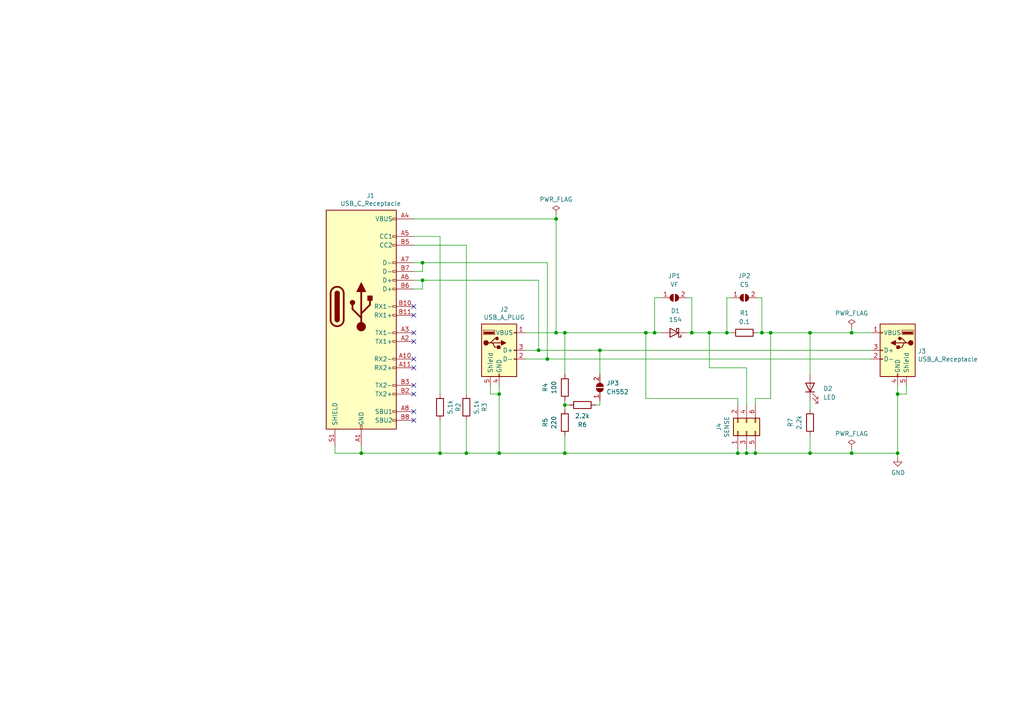
<source format=kicad_sch>
(kicad_sch (version 20211123) (generator eeschema)
  (paper "A4")
  (title_block (title "USB Reduce Voltage") (date "2022-10-28") (rev "V02L01") (company "Copyright 2022 BotanicFields, Inc."))
  (lib_symbols
    (symbol "Connector:USB_A" (pin_names (offset 1.016))
      (property "Reference" "J" (at -5.08 11.43 0))
      (property "Value" "USB_A" (at -5.08 8.89 0))
      (symbol "USB_A_0_1"
        (rectangle (start -5.08 -7.62) (end 5.08 7.62) (stroke (width 0.254)) (fill (type background)))
        (circle (center -3.81 2.159) (radius 0.635) (stroke (width 0.254)) (fill (type outline)))
        (rectangle (start -1.524 4.826) (end -4.318 5.334) (fill (type outline)))
        (rectangle (start -1.27 4.572) (end -4.572 5.842))
        (circle (center -0.635 3.429) (radius 0.381) (stroke (width 0.254)) (fill (type outline)))
        (rectangle (start -0.127 -7.62) (end 0.127 -6.858))
        (polyline (pts (xy -3.175 2.159) (xy -2.54 2.159) (xy -1.27 3.429) (xy -0.635 3.429)) (stroke (width 0.254)))
        (polyline (pts (xy -2.54 2.159) (xy -1.905 2.159) (xy -1.27 0.889) (xy 0 0.889)) (stroke (width 0.254)))
        (polyline (pts (xy 0.635 2.794) (xy 0.635 1.524) (xy 1.905 2.159) (xy 0.635 2.794)) (stroke (width 0.254)) (fill (type outline)))
        (rectangle (start 0.254 1.27) (end -0.508 0.508) (stroke (width 0.254)) (fill (type outline)))
        (rectangle (start 5.08 -2.667) (end 4.318 -2.413))
        (rectangle (start 5.08 -0.127) (end 4.318 0.127))
        (rectangle (start 5.08 4.953) (end 4.318 5.207))
      )
      (symbol "USB_A_1_1"
        (polyline (pts (xy -1.905 2.159) (xy 0.635 2.159)) (stroke (width 0.254)))
        (pin power_in line (at 7.62 5.08 180) (length 2.54) (name "VBUS") (number "1"))
        (pin bidirectional line (at 7.62 -2.54 180) (length 2.54) (name "D-") (number "2"))
        (pin bidirectional line (at 7.62 0 180) (length 2.54) (name "D+") (number "3"))
        (pin power_in line (at 0 -10.16 90) (length 2.54) (name "GND") (number "4"))
        (pin passive line (at -2.54 -10.16 90) (length 2.54) (name "Shield") (number "5"))
      )
    )
    (symbol "Connector:USB_C_Receptacle" (pin_names (offset 1.016))
      (property "Reference" "J" (at -10.16 29.21 0))
      (property "Value" "USB_C_Receptacle" (at 10.16 29.21 0))
      (symbol "USB_C_Receptacle_0_0"
        (rectangle (start -0.254 -35.56) (end 0.254 -34.544))
        (rectangle (start 10.16 -32.766) (end 9.144 -33.274))
        (rectangle (start 10.16 -30.226) (end 9.144 -30.734))
        (rectangle (start 10.16 -25.146) (end 9.144 -25.654))
        (rectangle (start 10.16 -22.606) (end 9.144 -23.114))
        (rectangle (start 10.16 -17.526) (end 9.144 -18.034))
        (rectangle (start 10.16 -14.986) (end 9.144 -15.494))
        (rectangle (start 10.16 -9.906) (end 9.144 -10.414))
        (rectangle (start 10.16 -7.366) (end 9.144 -7.874))
        (rectangle (start 10.16 -2.286) (end 9.144 -2.794))
        (rectangle (start 10.16 0.254) (end 9.144 -0.254))
        (rectangle (start 10.16 5.334) (end 9.144 4.826))
        (rectangle (start 10.16 7.874) (end 9.144 7.366))
        (rectangle (start 10.16 10.414) (end 9.144 9.906))
        (rectangle (start 10.16 12.954) (end 9.144 12.446))
        (rectangle (start 10.16 18.034) (end 9.144 17.526))
        (rectangle (start 10.16 20.574) (end 9.144 20.066))
        (rectangle (start 10.16 25.654) (end 9.144 25.146))
      )
      (symbol "USB_C_Receptacle_0_1"
        (rectangle (start -10.16 27.94) (end 10.16 -35.56) (stroke (width 0.254)) (fill (type background)))
        (arc (start -8.89 -3.81) (mid -6.985 -5.715) (end -5.08 -3.81) (stroke (width 0.508)))
        (arc (start -7.62 -3.81) (mid -6.985 -4.445) (end -6.35 -3.81) (stroke (width 0.254)))
        (arc (start -7.62 -3.81) (mid -6.985 -4.445) (end -6.35 -3.81) (stroke (width 0.254)) (fill (type outline)))
        (rectangle (start -7.62 -3.81) (end -6.35 3.81) (stroke (width 0.254)) (fill (type outline)))
        (arc (start -6.35 3.81) (mid -6.985 4.445) (end -7.62 3.81) (stroke (width 0.254)))
        (arc (start -6.35 3.81) (mid -6.985 4.445) (end -7.62 3.81) (stroke (width 0.254)) (fill (type outline)))
        (arc (start -5.08 3.81) (mid -6.985 5.715) (end -8.89 3.81) (stroke (width 0.508)))
        (polyline (pts (xy -8.89 -3.81) (xy -8.89 3.81)) (stroke (width 0.508)))
        (polyline (pts (xy -5.08 3.81) (xy -5.08 -3.81)) (stroke (width 0.508)))
      )
      (symbol "USB_C_Receptacle_1_1"
        (circle (center -2.54 1.143) (radius 0.635) (stroke (width 0.254)) (fill (type outline)))
        (circle (center 0 -5.842) (radius 1.27) (fill (type outline)))
        (polyline (pts (xy 0 -5.842) (xy 0 4.318)) (stroke (width 0.508)))
        (polyline (pts (xy 0 -3.302) (xy -2.54 -0.762) (xy -2.54 0.508)) (stroke (width 0.508)))
        (polyline (pts (xy 0 -2.032) (xy 2.54 0.508) (xy 2.54 1.778)) (stroke (width 0.508)))
        (polyline (pts (xy -1.27 4.318) (xy 0 6.858) (xy 1.27 4.318) (xy -1.27 4.318)) (stroke (width 0.254)) (fill (type outline)))
        (rectangle (start 1.905 1.778) (end 3.175 3.048) (stroke (width 0.254)) (fill (type outline)))
        (pin passive line (at 0 -40.64 90) (length 5.08) (name "GND") (number "A1"))
        (pin bidirectional line (at 15.24 -15.24 180) (length 5.08) (name "RX2-") (number "A10"))
        (pin bidirectional line (at 15.24 -17.78 180) (length 5.08) (name "RX2+") (number "A11"))
        (pin passive line (at 0 -40.64 90) (length 5.08) hide (name "GND") (number "A12"))
        (pin bidirectional line (at 15.24 -10.16 180) (length 5.08) (name "TX1+") (number "A2"))
        (pin bidirectional line (at 15.24 -7.62 180) (length 5.08) (name "TX1-") (number "A3"))
        (pin passive line (at 15.24 25.4 180) (length 5.08) (name "VBUS") (number "A4"))
        (pin bidirectional line (at 15.24 20.32 180) (length 5.08) (name "CC1") (number "A5"))
        (pin bidirectional line (at 15.24 7.62 180) (length 5.08) (name "D+") (number "A6"))
        (pin bidirectional line (at 15.24 12.7 180) (length 5.08) (name "D-") (number "A7"))
        (pin bidirectional line (at 15.24 -30.48 180) (length 5.08) (name "SBU1") (number "A8"))
        (pin passive line (at 15.24 25.4 180) (length 5.08) hide (name "VBUS") (number "A9"))
        (pin passive line (at 0 -40.64 90) (length 5.08) hide (name "GND") (number "B1"))
        (pin bidirectional line (at 15.24 0 180) (length 5.08) (name "RX1-") (number "B10"))
        (pin bidirectional line (at 15.24 -2.54 180) (length 5.08) (name "RX1+") (number "B11"))
        (pin passive line (at 0 -40.64 90) (length 5.08) hide (name "GND") (number "B12"))
        (pin bidirectional line (at 15.24 -25.4 180) (length 5.08) (name "TX2+") (number "B2"))
        (pin bidirectional line (at 15.24 -22.86 180) (length 5.08) (name "TX2-") (number "B3"))
        (pin passive line (at 15.24 25.4 180) (length 5.08) hide (name "VBUS") (number "B4"))
        (pin bidirectional line (at 15.24 17.78 180) (length 5.08) (name "CC2") (number "B5"))
        (pin bidirectional line (at 15.24 5.08 180) (length 5.08) (name "D+") (number "B6"))
        (pin bidirectional line (at 15.24 10.16 180) (length 5.08) (name "D-") (number "B7"))
        (pin bidirectional line (at 15.24 -33.02 180) (length 5.08) (name "SBU2") (number "B8"))
        (pin passive line (at 15.24 25.4 180) (length 5.08) hide (name "VBUS") (number "B9"))
        (pin passive line (at -7.62 -40.64 90) (length 5.08) (name "SHIELD") (number "S1"))
      )
    )
    (symbol "Connector_Generic:Conn_02x03_Odd_Even" (pin_names (offset 1.016) hide)
      (property "Reference" "J" (at 1.27 5.08 0))
      (property "Value" "Conn_02x03_Odd_Even" (at 1.27 -5.08 0))
      (symbol "Conn_02x03_Odd_Even_1_1"
        (rectangle (start -1.27 -2.413) (end 0 -2.667) (stroke (width 0.1524)))
        (rectangle (start -1.27 0.127) (end 0 -0.127) (stroke (width 0.1524)))
        (rectangle (start -1.27 2.667) (end 0 2.413) (stroke (width 0.1524)))
        (rectangle (start -1.27 3.81) (end 3.81 -3.81) (stroke (width 0.254)) (fill (type background)))
        (rectangle (start 3.81 -2.413) (end 2.54 -2.667) (stroke (width 0.1524)))
        (rectangle (start 3.81 0.127) (end 2.54 -0.127) (stroke (width 0.1524)))
        (rectangle (start 3.81 2.667) (end 2.54 2.413) (stroke (width 0.1524)))
        (pin passive line (at -5.08 2.54 0) (length 3.81) (name "Pin_1") (number "1"))
        (pin passive line (at 7.62 2.54 180) (length 3.81) (name "Pin_2") (number "2"))
        (pin passive line (at -5.08 0 0) (length 3.81) (name "Pin_3") (number "3"))
        (pin passive line (at 7.62 0 180) (length 3.81) (name "Pin_4") (number "4"))
        (pin passive line (at -5.08 -2.54 0) (length 3.81) (name "Pin_5") (number "5"))
        (pin passive line (at 7.62 -2.54 180) (length 3.81) (name "Pin_6") (number "6"))
      )
    )
    (symbol "Device:D_Schottky" (pin_numbers hide) (pin_names (offset 1.016) hide)
      (property "Reference" "D" (at 0 2.54 0))
      (property "Value" "D_Schottky" (at 0 -2.54 0))
      (symbol "D_Schottky_0_1"
        (polyline (pts (xy 1.27 0) (xy -1.27 0)))
        (polyline (pts (xy 1.27 1.27) (xy 1.27 -1.27) (xy -1.27 0) (xy 1.27 1.27)) (stroke (width 0.254)))
        (polyline (pts (xy -1.905 0.635) (xy -1.905 1.27) (xy -1.27 1.27) (xy -1.27 -1.27) (xy -0.635 -1.27) (xy -0.635 -0.635)) (stroke (width 0.254)))
      )
      (symbol "D_Schottky_1_1"
        (pin passive line (at -3.81 0 0) (length 2.54) (name "K") (number "1"))
        (pin passive line (at 3.81 0 180) (length 2.54) (name "A") (number "2"))
      )
    )
    (symbol "Device:LED" (pin_numbers hide) (pin_names (offset 1.016) hide)
      (property "Reference" "D" (at 0 2.54 0))
      (property "Value" "LED" (at 0 -2.54 0))
      (symbol "LED_0_1"
        (polyline (pts (xy -1.27 -1.27) (xy -1.27 1.27)) (stroke (width 0.254)))
        (polyline (pts (xy -1.27 0) (xy 1.27 0)))
        (polyline (pts (xy 1.27 -1.27) (xy 1.27 1.27) (xy -1.27 0) (xy 1.27 -1.27)) (stroke (width 0.254)))
        (polyline (pts (xy -3.048 -0.762) (xy -4.572 -2.286) (xy -3.81 -2.286) (xy -4.572 -2.286) (xy -4.572 -1.524)))
        (polyline (pts (xy -1.778 -0.762) (xy -3.302 -2.286) (xy -2.54 -2.286) (xy -3.302 -2.286) (xy -3.302 -1.524)))
      )
      (symbol "LED_1_1"
        (pin passive line (at -3.81 0 0) (length 2.54) (name "K") (number "1"))
        (pin passive line (at 3.81 0 180) (length 2.54) (name "A") (number "2"))
      )
    )
    (symbol "Device:R" (pin_numbers hide) (pin_names (offset 0))
      (property "Reference" "R" (at 2.032 0 90))
      (property "Value" "R" (at 0 0 90))
      (symbol "R_0_1"
        (rectangle (start -1.016 -2.54) (end 1.016 2.54) (stroke (width 0.254)))
      )
      (symbol "R_1_1"
        (pin passive line (at 0 3.81 270) (length 1.27) (name "~") (number "1"))
        (pin passive line (at 0 -3.81 90) (length 1.27) (name "~") (number "2"))
      )
    )
    (symbol "Jumper:SolderJumper_2_Open" (pin_names (offset 0) hide)
      (property "Reference" "JP" (at 0 2.032 0))
      (property "Value" "SolderJumper_2_Open" (at 0 -2.54 0))
      (symbol "SolderJumper_2_Open_0_1"
        (arc (start -0.254 1.016) (mid -1.27 0) (end -0.254 -1.016))
        (arc (start -0.254 1.016) (mid -1.27 0) (end -0.254 -1.016) (fill (type outline)))
        (polyline (pts (xy -0.254 1.016) (xy -0.254 -1.016)))
        (polyline (pts (xy 0.254 1.016) (xy 0.254 -1.016)))
        (arc (start 0.254 -1.016) (mid 1.27 0) (end 0.254 1.016))
        (arc (start 0.254 -1.016) (mid 1.27 0) (end 0.254 1.016) (fill (type outline)))
      )
      (symbol "SolderJumper_2_Open_1_1"
        (pin passive line (at -3.81 0 0) (length 2.54) (name "A") (number "1"))
        (pin passive line (at 3.81 0 180) (length 2.54) (name "B") (number "2"))
      )
    )
    (symbol "power:GND" (power) (pin_names (offset 0))
      (property "Value" "GND" (at 0 -3.81 0))
      (symbol "GND_0_1"
        (polyline (pts (xy 0 0) (xy 0 -1.27) (xy 1.27 -1.27) (xy 0 -2.54) (xy -1.27 -1.27) (xy 0 -1.27)))
      )
      (symbol "GND_1_1"
        (pin power_in line (at 0 0 270) (length 0) hide (name "GND") (number "1"))
      )
    )
    (symbol "power:PWR_FLAG" (power) (pin_numbers hide) (pin_names (offset 0) hide)
      (property "Value" "PWR_FLAG" (at 0 3.81 0))
      (symbol "PWR_FLAG_0_0"
        (pin power_out line (at 0 0 90) (length 0) (name "pwr") (number "1"))
      )
      (symbol "PWR_FLAG_0_1"
        (polyline (pts (xy 0 0) (xy 0 1.27) (xy -1.016 1.905) (xy 0 2.54) (xy 1.016 1.905) (xy 0 1.27)))
      )
    )
  )
  (junction (at 158.75 104.14))
  (junction (at 260.35 114.3))
  (junction (at 122.555 81.28))
  (junction (at 247.015 96.52))
  (junction (at 122.555 76.2))
  (junction (at 210.82 96.52))
  (junction (at 163.83 131.445))
  (junction (at 144.78 131.445))
  (junction (at 260.35 131.445))
  (junction (at 234.95 96.52))
  (junction (at 205.74 96.52))
  (junction (at 127.635 131.445))
  (junction (at 187.325 96.52))
  (junction (at 104.775 131.445))
  (junction (at 220.98 96.52))
  (junction (at 234.95 131.445))
  (junction (at 163.83 117.475))
  (junction (at 135.255 131.445))
  (junction (at 219.075 131.445))
  (junction (at 173.99 101.6))
  (junction (at 189.865 96.52))
  (junction (at 144.78 114.3))
  (junction (at 200.66 96.52))
  (junction (at 161.29 96.52))
  (junction (at 247.015 131.445))
  (junction (at 156.21 101.6))
  (junction (at 161.29 63.5))
  (junction (at 163.83 96.52))
  (junction (at 216.535 131.445))
  (junction (at 213.995 131.445))
  (junction (at 223.52 96.52))
  (no_connect (at 120.015 106.68))
  (no_connect (at 120.015 119.38))
  (no_connect (at 120.015 91.44))
  (no_connect (at 120.015 88.9))
  (no_connect (at 120.015 104.14))
  (no_connect (at 120.015 111.76))
  (no_connect (at 120.015 114.3))
  (no_connect (at 120.015 99.06))
  (no_connect (at 120.015 121.92))
  (no_connect (at 120.015 96.52))
  (wire (pts (xy 144.78 114.3) (xy 144.78 131.445)))
  (wire (pts (xy 234.95 96.52) (xy 234.95 108.585)))
  (wire (pts (xy 205.74 96.52) (xy 205.74 106.68)))
  (wire (pts (xy 120.015 76.2) (xy 122.555 76.2)))
  (wire (pts (xy 120.015 71.12) (xy 135.255 71.12)))
  (wire (pts (xy 142.24 111.76) (xy 142.24 114.3)))
  (wire (pts (xy 262.89 114.3) (xy 260.35 114.3)))
  (wire (pts (xy 135.255 71.12) (xy 135.255 114.3)))
  (wire (pts (xy 216.535 131.445) (xy 219.075 131.445)))
  (wire (pts (xy 173.99 116.205) (xy 173.99 117.475)))
  (wire (pts (xy 219.71 86.36) (xy 220.98 86.36)))
  (wire (pts (xy 120.015 83.82) (xy 122.555 83.82)))
  (wire (pts (xy 216.535 117.475) (xy 216.535 106.68)))
  (wire (pts (xy 163.83 116.205) (xy 163.83 117.475)))
  (wire (pts (xy 262.89 114.3) (xy 262.89 111.76)))
  (wire (pts (xy 163.83 117.475) (xy 165.1 117.475)))
  (wire (pts (xy 234.95 116.205) (xy 234.95 118.745)))
  (wire (pts (xy 219.075 131.445) (xy 234.95 131.445)))
  (wire (pts (xy 135.255 121.92) (xy 135.255 131.445)))
  (wire (pts (xy 127.635 131.445) (xy 104.775 131.445)))
  (wire (pts (xy 199.39 96.52) (xy 200.66 96.52)))
  (wire (pts (xy 173.99 101.6) (xy 173.99 108.585)))
  (wire (pts (xy 163.83 117.475) (xy 163.83 118.745)))
  (wire (pts (xy 122.555 76.2) (xy 158.75 76.2)))
  (wire (pts (xy 219.075 115.57) (xy 223.52 115.57)))
  (wire (pts (xy 173.99 101.6) (xy 252.73 101.6)))
  (wire (pts (xy 122.555 81.28) (xy 122.555 83.82)))
  (wire (pts (xy 120.015 78.74) (xy 122.555 78.74)))
  (wire (pts (xy 247.015 130.175) (xy 247.015 131.445)))
  (wire (pts (xy 234.95 96.52) (xy 247.015 96.52)))
  (wire (pts (xy 104.775 129.54) (xy 104.775 131.445)))
  (wire (pts (xy 260.35 111.76) (xy 260.35 114.3)))
  (wire (pts (xy 161.29 96.52) (xy 161.29 63.5)))
  (wire (pts (xy 127.635 131.445) (xy 127.635 121.92)))
  (wire (pts (xy 161.29 96.52) (xy 163.83 96.52)))
  (wire (pts (xy 213.995 130.175) (xy 213.995 131.445)))
  (wire (pts (xy 247.015 96.52) (xy 252.73 96.52)))
  (wire (pts (xy 213.995 115.57) (xy 213.995 117.475)))
  (wire (pts (xy 122.555 76.2) (xy 122.555 78.74)))
  (wire (pts (xy 127.635 68.58) (xy 127.635 114.3)))
  (wire (pts (xy 187.325 115.57) (xy 213.995 115.57)))
  (wire (pts (xy 104.775 131.445) (xy 97.155 131.445)))
  (wire (pts (xy 135.255 131.445) (xy 144.78 131.445)))
  (wire (pts (xy 152.4 104.14) (xy 158.75 104.14)))
  (wire (pts (xy 213.995 131.445) (xy 216.535 131.445)))
  (wire (pts (xy 97.155 131.445) (xy 97.155 129.54)))
  (wire (pts (xy 200.66 86.36) (xy 200.66 96.52)))
  (wire (pts (xy 247.015 95.25) (xy 247.015 96.52)))
  (wire (pts (xy 220.98 96.52) (xy 223.52 96.52)))
  (wire (pts (xy 144.78 131.445) (xy 163.83 131.445)))
  (wire (pts (xy 200.66 96.52) (xy 205.74 96.52)))
  (wire (pts (xy 158.75 104.14) (xy 158.75 76.2)))
  (wire (pts (xy 205.74 96.52) (xy 210.82 96.52)))
  (wire (pts (xy 216.535 106.68) (xy 205.74 106.68)))
  (wire (pts (xy 158.75 104.14) (xy 252.73 104.14)))
  (wire (pts (xy 163.83 108.585) (xy 163.83 96.52)))
  (wire (pts (xy 152.4 96.52) (xy 161.29 96.52)))
  (wire (pts (xy 163.83 96.52) (xy 187.325 96.52)))
  (wire (pts (xy 187.325 96.52) (xy 189.865 96.52)))
  (wire (pts (xy 152.4 101.6) (xy 156.21 101.6)))
  (wire (pts (xy 219.71 96.52) (xy 220.98 96.52)))
  (wire (pts (xy 135.255 131.445) (xy 127.635 131.445)))
  (wire (pts (xy 223.52 115.57) (xy 223.52 96.52)))
  (wire (pts (xy 220.98 86.36) (xy 220.98 96.52)))
  (wire (pts (xy 260.35 131.445) (xy 260.35 132.715)))
  (wire (pts (xy 156.21 81.28) (xy 156.21 101.6)))
  (wire (pts (xy 144.78 114.3) (xy 142.24 114.3)))
  (wire (pts (xy 234.95 126.365) (xy 234.95 131.445)))
  (wire (pts (xy 163.83 131.445) (xy 213.995 131.445)))
  (wire (pts (xy 120.015 63.5) (xy 161.29 63.5)))
  (wire (pts (xy 260.35 114.3) (xy 260.35 131.445)))
  (wire (pts (xy 163.83 126.365) (xy 163.83 131.445)))
  (wire (pts (xy 172.72 117.475) (xy 173.99 117.475)))
  (wire (pts (xy 219.075 117.475) (xy 219.075 115.57)))
  (wire (pts (xy 199.39 86.36) (xy 200.66 86.36)))
  (wire (pts (xy 219.075 130.175) (xy 219.075 131.445)))
  (wire (pts (xy 189.865 96.52) (xy 191.77 96.52)))
  (wire (pts (xy 144.78 111.76) (xy 144.78 114.3)))
  (wire (pts (xy 189.865 86.36) (xy 189.865 96.52)))
  (wire (pts (xy 210.82 96.52) (xy 212.09 96.52)))
  (wire (pts (xy 212.09 86.36) (xy 210.82 86.36)))
  (wire (pts (xy 234.95 131.445) (xy 247.015 131.445)))
  (wire (pts (xy 223.52 96.52) (xy 234.95 96.52)))
  (wire (pts (xy 247.015 131.445) (xy 260.35 131.445)))
  (wire (pts (xy 187.325 96.52) (xy 187.325 115.57)))
  (wire (pts (xy 216.535 130.175) (xy 216.535 131.445)))
  (wire (pts (xy 210.82 86.36) (xy 210.82 96.52)))
  (wire (pts (xy 120.015 81.28) (xy 122.555 81.28)))
  (wire (pts (xy 156.21 101.6) (xy 173.99 101.6)))
  (wire (pts (xy 161.29 62.23) (xy 161.29 63.5)))
  (wire (pts (xy 122.555 81.28) (xy 156.21 81.28)))
  (wire (pts (xy 191.77 86.36) (xy 189.865 86.36)))
  (wire (pts (xy 120.015 68.58) (xy 127.635 68.58)))
  (symbol (lib_id "Connector:USB_A") (at 260.35 101.6 0) (mirror y) (unit 1)
    (property "Reference" "J3" (at 266.192 101.8794 0) (effects (justify right)))
    (property "Value" "USB_A_Receptacle" (at 266.192 104.1908 0) (effects (justify right)))
    (property "Footprint" "bf:BF@USB-4AF103BS" (effects hide))
    (property "Datasheet" " ~" (effects hide))
  )
  (symbol (lib_id "Device:R") (at 215.9 96.52 270) (unit 1)
    (property "Reference" "R1" (at 215.9 90.805 90))
    (property "Value" "0.1" (at 215.9 93.345 90))
    (property "Footprint" "Resistor_THT:R_Axial_DIN0207_L6.3mm_D2.5mm_P10.16mm_Horizontal" (effects hide))
  )
  (symbol (lib_id "Connector_Generic:Conn_02x03_Odd_Even") (at 216.535 125.095 90) (unit 1)
    (property "Reference" "J4" (at 208.4832 123.825 0))
    (property "Value" "SENSE" (at 210.7946 123.825 0))
    (property "Footprint" "Connector_PinSocket_2.54mm:PinSocket_2x03_P2.54mm_Vertical" (effects hide))
  )
  (symbol (lib_id "power:GND") (at 260.35 132.715 0) (unit 1)
    (property "Reference" "#PWR0101" (effects hide))
    (property "Value" "GND" (at 260.477 137.1092 0))
  )
  (symbol (lib_id "Connector:USB_A") (at 144.78 101.6 0) (unit 1)
    (property "Reference" "J2" (at 146.2278 89.7382 0))
    (property "Value" "USB_A_PLUG" (at 146.2278 92.0496 0))
    (property "Footprint" "bf:BF@USB-4AM103" (effects hide))
    (property "Datasheet" " ~" (effects hide))
  )
  (symbol (lib_id "Connector:USB_C_Receptacle") (at 104.775 88.9 0) (unit 1)
    (property "Reference" "J1" (at 107.4928 56.7182 0))
    (property "Value" "USB_C_Receptacle" (at 107.4928 59.0296 0))
    (property "Footprint" "bf:BF@USB-C-5077CR-16-SMC2-BK-TR" (effects hide))
    (property "Datasheet" "https://www.usb.org/sites/default/files/documents/usb_type-c.zip" (effects hide))
  )
  (symbol (lib_id "Device:R") (at 127.635 118.11 180) (unit 1)
    (property "Reference" "R2" (at 132.8928 118.11 90))
    (property "Value" "5.1k" (at 130.5814 118.11 90))
    (property "Footprint" "Resistor_SMD:R_0603_1608Metric" (effects hide))
  )
  (symbol (lib_id "Device:R") (at 135.255 118.11 180) (unit 1)
    (property "Reference" "R3" (at 140.5128 118.11 90))
    (property "Value" "5.1k" (at 138.2014 118.11 90))
    (property "Footprint" "Resistor_SMD:R_0603_1608Metric" (effects hide))
  )
  (symbol (lib_id "power:PWR_FLAG") (at 247.015 130.175 0) (unit 1)
    (property "Reference" "#FLG0103" (effects hide))
    (property "Value" "PWR_FLAG" (at 247.015 125.7808 0))
  )
  (symbol (lib_id "power:PWR_FLAG") (at 247.015 95.25 0) (unit 1)
    (property "Reference" "#FLG02" (effects hide))
    (property "Value" "PWR_FLAG" (at 247.015 90.8558 0))
  )
  (symbol (lib_id "Device:R") (at 163.83 122.555 0) (unit 1)
    (property "Reference" "R5" (at 158.115 122.555 90))
    (property "Value" "220" (at 160.655 122.555 90))
    (property "Footprint" "Resistor_SMD:R_0603_1608Metric" (effects hide))
  )
  (symbol (lib_id "Jumper:SolderJumper_2_Open") (at 195.58 86.36 0) (unit 1)
    (property "Reference" "JP1" (at 195.58 80.01 0))
    (property "Value" "VF" (at 195.58 82.55 0))
    (property "Footprint" "Jumper:SolderJumper-2_P1.3mm_Open_RoundedPad1.0x1.5mm" (effects hide))
  )
  (symbol (lib_id "Device:R") (at 163.83 112.395 0) (unit 1)
    (property "Reference" "R4" (at 158.115 112.395 90))
    (property "Value" "100" (at 160.655 112.395 90))
    (property "Footprint" "Resistor_SMD:R_0603_1608Metric" (effects hide))
  )
  (symbol (lib_id "Jumper:SolderJumper_2_Open") (at 215.9 86.36 0) (unit 1)
    (property "Reference" "JP2" (at 215.9 80.01 0))
    (property "Value" "CS" (at 215.9 82.55 0))
    (property "Footprint" "Jumper:SolderJumper-2_P1.3mm_Open_RoundedPad1.0x1.5mm" (effects hide))
  )
  (symbol (lib_id "Device:R") (at 168.91 117.475 90) (unit 1)
    (property "Reference" "R6" (at 168.91 123.19 90))
    (property "Value" "2.2k" (at 168.91 120.65 90))
    (property "Footprint" "Resistor_SMD:R_0603_1608Metric" (effects hide))
  )
  (symbol (lib_id "Device:R") (at 234.95 122.555 0) (unit 1)
    (property "Reference" "R7" (at 229.235 122.555 90))
    (property "Value" "2.2k" (at 231.775 122.555 90))
    (property "Footprint" "Resistor_SMD:R_0603_1608Metric" (effects hide))
  )
  (symbol (lib_id "power:PWR_FLAG") (at 161.29 62.23 0) (unit 1)
    (property "Reference" "#FLG01" (effects hide))
    (property "Value" "PWR_FLAG" (at 161.29 57.8358 0))
  )
  (symbol (lib_id "Device:LED") (at 234.95 112.395 90) (unit 1)
    (property "Reference" "D2" (at 238.76 112.7124 90) (effects (justify right)))
    (property "Value" "LED" (at 238.76 115.2524 90) (effects (justify right)))
    (property "Footprint" "LED_SMD:LED_0603_1608Metric" (effects hide))
  )
  (symbol (lib_id "Device:D_Schottky") (at 195.58 96.52 180) (unit 1)
    (property "Reference" "D1" (at 195.8975 90.17 0))
    (property "Value" "1S4" (at 195.8975 92.71 0))
    (property "Footprint" "Diode_THT:D_DO-41_SOD81_P10.16mm_Horizontal" (effects hide))
  )
  (symbol (lib_id "Jumper:SolderJumper_2_Open") (at 173.99 112.395 90) (unit 1)
    (property "Reference" "JP3" (at 175.895 111.1249 90) (effects (justify right)))
    (property "Value" "CH552" (at 175.895 113.6649 90) (effects (justify right)))
    (property "Footprint" "Jumper:SolderJumper-2_P1.3mm_Open_RoundedPad1.0x1.5mm" (effects hide))
  )
)
</source>
